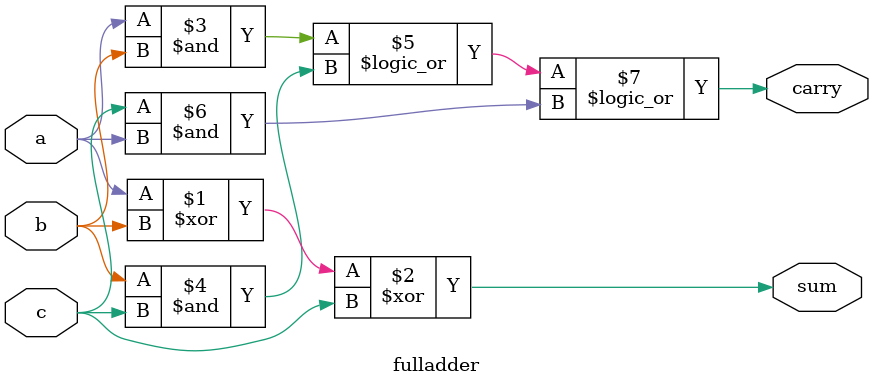
<source format=v>
`timescale 1ns / 1ps


module fulladder(
    input a,b,c,
    output sum,carry
    );
    assign sum=(a^b)^c;
    assign carry=(a&b)||(b&c)||(c&a);
endmodule

</source>
